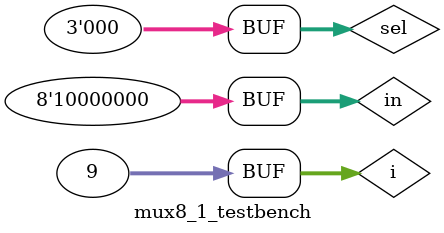
<source format=sv>
/*******************************************************************************
*	Authors:
*		Emraj Sidhu and Nesta Isakovic	
*
*	Description:
*		Creates a 8 x 1 MUX using 4 x 1 and 2 x 1 MUXs.  
*
*	Inputs:
*		in: A seven bit input signal.
*     sel: A three bit input signal which decides which input bit is routed to
*          the output:
*           sel[3] sel[1] sel[0] |   out
*             0      0      0    |  in[0]
*             0      0      1    |  in[1]
*             0      1      0    |  in[2]
*             0      1      1    |  in[3]
*             1      0      0    |  in[4]
*             1      0      1    |  in[5]
*             1      1      0    |  in[6]
*             1      1      1    |  in[7]
*
*	Outputs:
*     out: The single bit output.
*
*******************************************************************************/
`timescale 10ps/1fs

module mux8_1 (in, sel, out);
	input logic [7:0] in;
	input logic [2:0] sel;
	output logic out;
	
	logic [1:0] mout;

   mux_4_1 mux1 (.in(in[3:0]), .sel(sel[1:0]), .out(mout[0]));
	mux_4_1 mux2 (.in(in[7:4]), .sel(sel[1:0]), .out(mout[1]));
	mux2_1 mux3 (.in(mout[1:0]), .sel(sel[2]), .out(out));

endmodule

module mux8_1_testbench();
	logic [7:0] in;
	logic [2:0] sel;
	logic out;
	
	mux8_1 dut (.in, .sel, .out);
	
	integer i;
	
	initial begin 
		sel[2:0] = 3'b000;
		in[7:0] = 8'b00000000;
		
		for(i=0; i<9; i++) begin
			{sel[2], sel[1], sel[0]} = i; #100;
		   
			in = 8'b00000001; #100;
			in = 8'b00000010; #100;
			in = 8'b00000100; #100;
			in = 8'b00001000; #100;
			in = 8'b00010000; #100;
			in = 8'b00100000; #100;
			in = 8'b01000000; #100;
			in = 8'b10000000; #100;
		end
	end

endmodule
</source>
